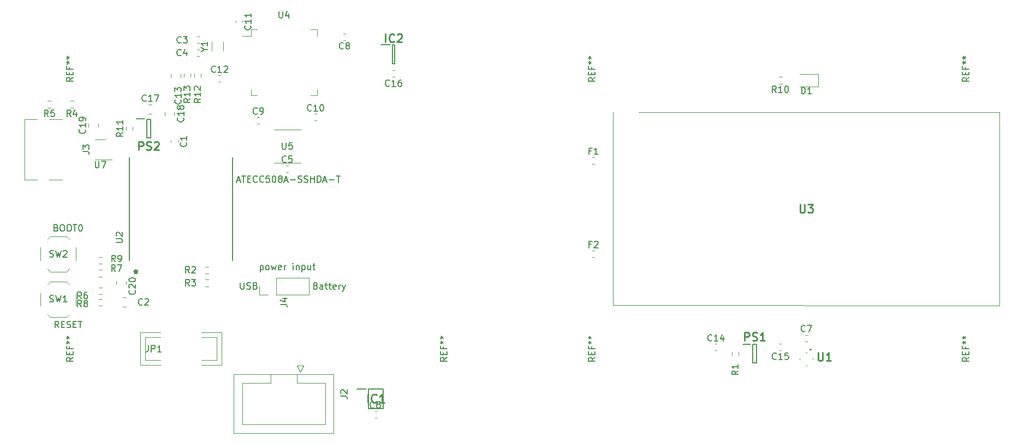
<source format=gbr>
%TF.GenerationSoftware,KiCad,Pcbnew,(5.99.0-12717-g57c7d663b0)*%
%TF.CreationDate,2021-10-15T20:59:05+02:00*%
%TF.ProjectId,Main_PCB,4d61696e-5f50-4434-922e-6b696361645f,rev?*%
%TF.SameCoordinates,Original*%
%TF.FileFunction,Legend,Top*%
%TF.FilePolarity,Positive*%
%FSLAX46Y46*%
G04 Gerber Fmt 4.6, Leading zero omitted, Abs format (unit mm)*
G04 Created by KiCad (PCBNEW (5.99.0-12717-g57c7d663b0)) date 2021-10-15 20:59:05*
%MOMM*%
%LPD*%
G01*
G04 APERTURE LIST*
%ADD10C,0.150000*%
%ADD11C,0.254000*%
%ADD12C,0.120000*%
%ADD13C,0.100000*%
%ADD14C,0.200000*%
%ADD15C,0.010000*%
G04 APERTURE END LIST*
D10*
X74047619Y-116452380D02*
X73714285Y-115976190D01*
X73476190Y-116452380D02*
X73476190Y-115452380D01*
X73857142Y-115452380D01*
X73952380Y-115500000D01*
X74000000Y-115547619D01*
X74047619Y-115642857D01*
X74047619Y-115785714D01*
X74000000Y-115880952D01*
X73952380Y-115928571D01*
X73857142Y-115976190D01*
X73476190Y-115976190D01*
X74476190Y-115928571D02*
X74809523Y-115928571D01*
X74952380Y-116452380D02*
X74476190Y-116452380D01*
X74476190Y-115452380D01*
X74952380Y-115452380D01*
X75333333Y-116404761D02*
X75476190Y-116452380D01*
X75714285Y-116452380D01*
X75809523Y-116404761D01*
X75857142Y-116357142D01*
X75904761Y-116261904D01*
X75904761Y-116166666D01*
X75857142Y-116071428D01*
X75809523Y-116023809D01*
X75714285Y-115976190D01*
X75523809Y-115928571D01*
X75428571Y-115880952D01*
X75380952Y-115833333D01*
X75333333Y-115738095D01*
X75333333Y-115642857D01*
X75380952Y-115547619D01*
X75428571Y-115500000D01*
X75523809Y-115452380D01*
X75761904Y-115452380D01*
X75904761Y-115500000D01*
X76333333Y-115928571D02*
X76666666Y-115928571D01*
X76809523Y-116452380D02*
X76333333Y-116452380D01*
X76333333Y-115452380D01*
X76809523Y-115452380D01*
X77095238Y-115452380D02*
X77666666Y-115452380D01*
X77380952Y-116452380D02*
X77380952Y-115452380D01*
X73666666Y-100928571D02*
X73809523Y-100976190D01*
X73857142Y-101023809D01*
X73904761Y-101119047D01*
X73904761Y-101261904D01*
X73857142Y-101357142D01*
X73809523Y-101404761D01*
X73714285Y-101452380D01*
X73333333Y-101452380D01*
X73333333Y-100452380D01*
X73666666Y-100452380D01*
X73761904Y-100500000D01*
X73809523Y-100547619D01*
X73857142Y-100642857D01*
X73857142Y-100738095D01*
X73809523Y-100833333D01*
X73761904Y-100880952D01*
X73666666Y-100928571D01*
X73333333Y-100928571D01*
X74523809Y-100452380D02*
X74714285Y-100452380D01*
X74809523Y-100500000D01*
X74904761Y-100595238D01*
X74952380Y-100785714D01*
X74952380Y-101119047D01*
X74904761Y-101309523D01*
X74809523Y-101404761D01*
X74714285Y-101452380D01*
X74523809Y-101452380D01*
X74428571Y-101404761D01*
X74333333Y-101309523D01*
X74285714Y-101119047D01*
X74285714Y-100785714D01*
X74333333Y-100595238D01*
X74428571Y-100500000D01*
X74523809Y-100452380D01*
X75571428Y-100452380D02*
X75761904Y-100452380D01*
X75857142Y-100500000D01*
X75952380Y-100595238D01*
X76000000Y-100785714D01*
X76000000Y-101119047D01*
X75952380Y-101309523D01*
X75857142Y-101404761D01*
X75761904Y-101452380D01*
X75571428Y-101452380D01*
X75476190Y-101404761D01*
X75380952Y-101309523D01*
X75333333Y-101119047D01*
X75333333Y-100785714D01*
X75380952Y-100595238D01*
X75476190Y-100500000D01*
X75571428Y-100452380D01*
X76285714Y-100452380D02*
X76857142Y-100452380D01*
X76571428Y-101452380D02*
X76571428Y-100452380D01*
X77380952Y-100452380D02*
X77476190Y-100452380D01*
X77571428Y-100500000D01*
X77619047Y-100547619D01*
X77666666Y-100642857D01*
X77714285Y-100833333D01*
X77714285Y-101071428D01*
X77666666Y-101261904D01*
X77619047Y-101357142D01*
X77571428Y-101404761D01*
X77476190Y-101452380D01*
X77380952Y-101452380D01*
X77285714Y-101404761D01*
X77238095Y-101357142D01*
X77190476Y-101261904D01*
X77142857Y-101071428D01*
X77142857Y-100833333D01*
X77190476Y-100642857D01*
X77238095Y-100547619D01*
X77285714Y-100500000D01*
X77380952Y-100452380D01*
X113928571Y-109928571D02*
X114071428Y-109976190D01*
X114119047Y-110023809D01*
X114166666Y-110119047D01*
X114166666Y-110261904D01*
X114119047Y-110357142D01*
X114071428Y-110404761D01*
X113976190Y-110452380D01*
X113595238Y-110452380D01*
X113595238Y-109452380D01*
X113928571Y-109452380D01*
X114023809Y-109500000D01*
X114071428Y-109547619D01*
X114119047Y-109642857D01*
X114119047Y-109738095D01*
X114071428Y-109833333D01*
X114023809Y-109880952D01*
X113928571Y-109928571D01*
X113595238Y-109928571D01*
X115023809Y-110452380D02*
X115023809Y-109928571D01*
X114976190Y-109833333D01*
X114880952Y-109785714D01*
X114690476Y-109785714D01*
X114595238Y-109833333D01*
X115023809Y-110404761D02*
X114928571Y-110452380D01*
X114690476Y-110452380D01*
X114595238Y-110404761D01*
X114547619Y-110309523D01*
X114547619Y-110214285D01*
X114595238Y-110119047D01*
X114690476Y-110071428D01*
X114928571Y-110071428D01*
X115023809Y-110023809D01*
X115357142Y-109785714D02*
X115738095Y-109785714D01*
X115500000Y-109452380D02*
X115500000Y-110309523D01*
X115547619Y-110404761D01*
X115642857Y-110452380D01*
X115738095Y-110452380D01*
X115928571Y-109785714D02*
X116309523Y-109785714D01*
X116071428Y-109452380D02*
X116071428Y-110309523D01*
X116119047Y-110404761D01*
X116214285Y-110452380D01*
X116309523Y-110452380D01*
X117023809Y-110404761D02*
X116928571Y-110452380D01*
X116738095Y-110452380D01*
X116642857Y-110404761D01*
X116595238Y-110309523D01*
X116595238Y-109928571D01*
X116642857Y-109833333D01*
X116738095Y-109785714D01*
X116928571Y-109785714D01*
X117023809Y-109833333D01*
X117071428Y-109928571D01*
X117071428Y-110023809D01*
X116595238Y-110119047D01*
X117500000Y-110452380D02*
X117500000Y-109785714D01*
X117500000Y-109976190D02*
X117547619Y-109880952D01*
X117595238Y-109833333D01*
X117690476Y-109785714D01*
X117785714Y-109785714D01*
X118023809Y-109785714D02*
X118261904Y-110452380D01*
X118500000Y-109785714D02*
X118261904Y-110452380D01*
X118166666Y-110690476D01*
X118119047Y-110738095D01*
X118023809Y-110785714D01*
X105309523Y-106785714D02*
X105309523Y-107785714D01*
X105309523Y-106833333D02*
X105404761Y-106785714D01*
X105595238Y-106785714D01*
X105690476Y-106833333D01*
X105738095Y-106880952D01*
X105785714Y-106976190D01*
X105785714Y-107261904D01*
X105738095Y-107357142D01*
X105690476Y-107404761D01*
X105595238Y-107452380D01*
X105404761Y-107452380D01*
X105309523Y-107404761D01*
X106357142Y-107452380D02*
X106261904Y-107404761D01*
X106214285Y-107357142D01*
X106166666Y-107261904D01*
X106166666Y-106976190D01*
X106214285Y-106880952D01*
X106261904Y-106833333D01*
X106357142Y-106785714D01*
X106500000Y-106785714D01*
X106595238Y-106833333D01*
X106642857Y-106880952D01*
X106690476Y-106976190D01*
X106690476Y-107261904D01*
X106642857Y-107357142D01*
X106595238Y-107404761D01*
X106500000Y-107452380D01*
X106357142Y-107452380D01*
X107023809Y-106785714D02*
X107214285Y-107452380D01*
X107404761Y-106976190D01*
X107595238Y-107452380D01*
X107785714Y-106785714D01*
X108547619Y-107404761D02*
X108452380Y-107452380D01*
X108261904Y-107452380D01*
X108166666Y-107404761D01*
X108119047Y-107309523D01*
X108119047Y-106928571D01*
X108166666Y-106833333D01*
X108261904Y-106785714D01*
X108452380Y-106785714D01*
X108547619Y-106833333D01*
X108595238Y-106928571D01*
X108595238Y-107023809D01*
X108119047Y-107119047D01*
X109023809Y-107452380D02*
X109023809Y-106785714D01*
X109023809Y-106976190D02*
X109071428Y-106880952D01*
X109119047Y-106833333D01*
X109214285Y-106785714D01*
X109309523Y-106785714D01*
X110404761Y-107452380D02*
X110404761Y-106785714D01*
X110404761Y-106452380D02*
X110357142Y-106500000D01*
X110404761Y-106547619D01*
X110452380Y-106500000D01*
X110404761Y-106452380D01*
X110404761Y-106547619D01*
X110880952Y-106785714D02*
X110880952Y-107452380D01*
X110880952Y-106880952D02*
X110928571Y-106833333D01*
X111023809Y-106785714D01*
X111166666Y-106785714D01*
X111261904Y-106833333D01*
X111309523Y-106928571D01*
X111309523Y-107452380D01*
X111785714Y-106785714D02*
X111785714Y-107785714D01*
X111785714Y-106833333D02*
X111880952Y-106785714D01*
X112071428Y-106785714D01*
X112166666Y-106833333D01*
X112214285Y-106880952D01*
X112261904Y-106976190D01*
X112261904Y-107261904D01*
X112214285Y-107357142D01*
X112166666Y-107404761D01*
X112071428Y-107452380D01*
X111880952Y-107452380D01*
X111785714Y-107404761D01*
X113119047Y-106785714D02*
X113119047Y-107452380D01*
X112690476Y-106785714D02*
X112690476Y-107309523D01*
X112738095Y-107404761D01*
X112833333Y-107452380D01*
X112976190Y-107452380D01*
X113071428Y-107404761D01*
X113119047Y-107357142D01*
X113452380Y-106785714D02*
X113833333Y-106785714D01*
X113595238Y-106452380D02*
X113595238Y-107309523D01*
X113642857Y-107404761D01*
X113738095Y-107452380D01*
X113833333Y-107452380D01*
X102238095Y-109452380D02*
X102238095Y-110261904D01*
X102285714Y-110357142D01*
X102333333Y-110404761D01*
X102428571Y-110452380D01*
X102619047Y-110452380D01*
X102714285Y-110404761D01*
X102761904Y-110357142D01*
X102809523Y-110261904D01*
X102809523Y-109452380D01*
X103238095Y-110404761D02*
X103380952Y-110452380D01*
X103619047Y-110452380D01*
X103714285Y-110404761D01*
X103761904Y-110357142D01*
X103809523Y-110261904D01*
X103809523Y-110166666D01*
X103761904Y-110071428D01*
X103714285Y-110023809D01*
X103619047Y-109976190D01*
X103428571Y-109928571D01*
X103333333Y-109880952D01*
X103285714Y-109833333D01*
X103238095Y-109738095D01*
X103238095Y-109642857D01*
X103285714Y-109547619D01*
X103333333Y-109500000D01*
X103428571Y-109452380D01*
X103666666Y-109452380D01*
X103809523Y-109500000D01*
X104571428Y-109928571D02*
X104714285Y-109976190D01*
X104761904Y-110023809D01*
X104809523Y-110119047D01*
X104809523Y-110261904D01*
X104761904Y-110357142D01*
X104714285Y-110404761D01*
X104619047Y-110452380D01*
X104238095Y-110452380D01*
X104238095Y-109452380D01*
X104571428Y-109452380D01*
X104666666Y-109500000D01*
X104714285Y-109547619D01*
X104761904Y-109642857D01*
X104761904Y-109738095D01*
X104714285Y-109833333D01*
X104666666Y-109880952D01*
X104571428Y-109928571D01*
X104238095Y-109928571D01*
%TO.C,R13*%
X94452380Y-80842857D02*
X93976190Y-81176190D01*
X94452380Y-81414285D02*
X93452380Y-81414285D01*
X93452380Y-81033333D01*
X93500000Y-80938095D01*
X93547619Y-80890476D01*
X93642857Y-80842857D01*
X93785714Y-80842857D01*
X93880952Y-80890476D01*
X93928571Y-80938095D01*
X93976190Y-81033333D01*
X93976190Y-81414285D01*
X94452380Y-79890476D02*
X94452380Y-80461904D01*
X94452380Y-80176190D02*
X93452380Y-80176190D01*
X93595238Y-80271428D01*
X93690476Y-80366666D01*
X93738095Y-80461904D01*
X93452380Y-79557142D02*
X93452380Y-78938095D01*
X93833333Y-79271428D01*
X93833333Y-79128571D01*
X93880952Y-79033333D01*
X93928571Y-78985714D01*
X94023809Y-78938095D01*
X94261904Y-78938095D01*
X94357142Y-78985714D01*
X94404761Y-79033333D01*
X94452380Y-79128571D01*
X94452380Y-79414285D01*
X94404761Y-79509523D01*
X94357142Y-79557142D01*
%TO.C,R12*%
X96052380Y-80842857D02*
X95576190Y-81176190D01*
X96052380Y-81414285D02*
X95052380Y-81414285D01*
X95052380Y-81033333D01*
X95100000Y-80938095D01*
X95147619Y-80890476D01*
X95242857Y-80842857D01*
X95385714Y-80842857D01*
X95480952Y-80890476D01*
X95528571Y-80938095D01*
X95576190Y-81033333D01*
X95576190Y-81414285D01*
X96052380Y-79890476D02*
X96052380Y-80461904D01*
X96052380Y-80176190D02*
X95052380Y-80176190D01*
X95195238Y-80271428D01*
X95290476Y-80366666D01*
X95338095Y-80461904D01*
X95147619Y-79509523D02*
X95100000Y-79461904D01*
X95052380Y-79366666D01*
X95052380Y-79128571D01*
X95100000Y-79033333D01*
X95147619Y-78985714D01*
X95242857Y-78938095D01*
X95338095Y-78938095D01*
X95480952Y-78985714D01*
X96052380Y-79557142D01*
X96052380Y-78938095D01*
%TO.C,C13*%
X92957142Y-81042857D02*
X93004761Y-81090476D01*
X93052380Y-81233333D01*
X93052380Y-81328571D01*
X93004761Y-81471428D01*
X92909523Y-81566666D01*
X92814285Y-81614285D01*
X92623809Y-81661904D01*
X92480952Y-81661904D01*
X92290476Y-81614285D01*
X92195238Y-81566666D01*
X92100000Y-81471428D01*
X92052380Y-81328571D01*
X92052380Y-81233333D01*
X92100000Y-81090476D01*
X92147619Y-81042857D01*
X93052380Y-80090476D02*
X93052380Y-80661904D01*
X93052380Y-80376190D02*
X92052380Y-80376190D01*
X92195238Y-80471428D01*
X92290476Y-80566666D01*
X92338095Y-80661904D01*
X92052380Y-79757142D02*
X92052380Y-79138095D01*
X92433333Y-79471428D01*
X92433333Y-79328571D01*
X92480952Y-79233333D01*
X92528571Y-79185714D01*
X92623809Y-79138095D01*
X92861904Y-79138095D01*
X92957142Y-79185714D01*
X93004761Y-79233333D01*
X93052380Y-79328571D01*
X93052380Y-79614285D01*
X93004761Y-79709523D01*
X92957142Y-79757142D01*
D11*
%TO.C,U3*%
X189032380Y-97304523D02*
X189032380Y-98332619D01*
X189092857Y-98453571D01*
X189153333Y-98514047D01*
X189274285Y-98574523D01*
X189516190Y-98574523D01*
X189637142Y-98514047D01*
X189697619Y-98453571D01*
X189758095Y-98332619D01*
X189758095Y-97304523D01*
X190241904Y-97304523D02*
X191028095Y-97304523D01*
X190604761Y-97788333D01*
X190786190Y-97788333D01*
X190907142Y-97848809D01*
X190967619Y-97909285D01*
X191028095Y-98030238D01*
X191028095Y-98332619D01*
X190967619Y-98453571D01*
X190907142Y-98514047D01*
X190786190Y-98574523D01*
X190423333Y-98574523D01*
X190302380Y-98514047D01*
X190241904Y-98453571D01*
D10*
%TO.C,F2*%
X156666666Y-103498571D02*
X156333333Y-103498571D01*
X156333333Y-104022380D02*
X156333333Y-103022380D01*
X156809523Y-103022380D01*
X157142857Y-103117619D02*
X157190476Y-103070000D01*
X157285714Y-103022380D01*
X157523809Y-103022380D01*
X157619047Y-103070000D01*
X157666666Y-103117619D01*
X157714285Y-103212857D01*
X157714285Y-103308095D01*
X157666666Y-103450952D01*
X157095238Y-104022380D01*
X157714285Y-104022380D01*
%TO.C,C19*%
X78117142Y-85642857D02*
X78164761Y-85690476D01*
X78212380Y-85833333D01*
X78212380Y-85928571D01*
X78164761Y-86071428D01*
X78069523Y-86166666D01*
X77974285Y-86214285D01*
X77783809Y-86261904D01*
X77640952Y-86261904D01*
X77450476Y-86214285D01*
X77355238Y-86166666D01*
X77260000Y-86071428D01*
X77212380Y-85928571D01*
X77212380Y-85833333D01*
X77260000Y-85690476D01*
X77307619Y-85642857D01*
X78212380Y-84690476D02*
X78212380Y-85261904D01*
X78212380Y-84976190D02*
X77212380Y-84976190D01*
X77355238Y-85071428D01*
X77450476Y-85166666D01*
X77498095Y-85261904D01*
X78212380Y-84214285D02*
X78212380Y-84023809D01*
X78164761Y-83928571D01*
X78117142Y-83880952D01*
X77974285Y-83785714D01*
X77783809Y-83738095D01*
X77402857Y-83738095D01*
X77307619Y-83785714D01*
X77260000Y-83833333D01*
X77212380Y-83928571D01*
X77212380Y-84119047D01*
X77260000Y-84214285D01*
X77307619Y-84261904D01*
X77402857Y-84309523D01*
X77640952Y-84309523D01*
X77736190Y-84261904D01*
X77783809Y-84214285D01*
X77831428Y-84119047D01*
X77831428Y-83928571D01*
X77783809Y-83833333D01*
X77736190Y-83785714D01*
X77640952Y-83738095D01*
%TO.C,U7*%
X79738095Y-90602380D02*
X79738095Y-91411904D01*
X79785714Y-91507142D01*
X79833333Y-91554761D01*
X79928571Y-91602380D01*
X80119047Y-91602380D01*
X80214285Y-91554761D01*
X80261904Y-91507142D01*
X80309523Y-91411904D01*
X80309523Y-90602380D01*
X80690476Y-90602380D02*
X81357142Y-90602380D01*
X80928571Y-91602380D01*
%TO.C,C6*%
X122983333Y-128867142D02*
X122935714Y-128914761D01*
X122792857Y-128962380D01*
X122697619Y-128962380D01*
X122554761Y-128914761D01*
X122459523Y-128819523D01*
X122411904Y-128724285D01*
X122364285Y-128533809D01*
X122364285Y-128390952D01*
X122411904Y-128200476D01*
X122459523Y-128105238D01*
X122554761Y-128010000D01*
X122697619Y-127962380D01*
X122792857Y-127962380D01*
X122935714Y-128010000D01*
X122983333Y-128057619D01*
X123840476Y-127962380D02*
X123650000Y-127962380D01*
X123554761Y-128010000D01*
X123507142Y-128057619D01*
X123411904Y-128200476D01*
X123364285Y-128390952D01*
X123364285Y-128771904D01*
X123411904Y-128867142D01*
X123459523Y-128914761D01*
X123554761Y-128962380D01*
X123745238Y-128962380D01*
X123840476Y-128914761D01*
X123888095Y-128867142D01*
X123935714Y-128771904D01*
X123935714Y-128533809D01*
X123888095Y-128438571D01*
X123840476Y-128390952D01*
X123745238Y-128343333D01*
X123554761Y-128343333D01*
X123459523Y-128390952D01*
X123411904Y-128438571D01*
X123364285Y-128533809D01*
%TO.C,C8*%
X118220833Y-73037142D02*
X118173214Y-73084761D01*
X118030357Y-73132380D01*
X117935119Y-73132380D01*
X117792261Y-73084761D01*
X117697023Y-72989523D01*
X117649404Y-72894285D01*
X117601785Y-72703809D01*
X117601785Y-72560952D01*
X117649404Y-72370476D01*
X117697023Y-72275238D01*
X117792261Y-72180000D01*
X117935119Y-72132380D01*
X118030357Y-72132380D01*
X118173214Y-72180000D01*
X118220833Y-72227619D01*
X118792261Y-72560952D02*
X118697023Y-72513333D01*
X118649404Y-72465714D01*
X118601785Y-72370476D01*
X118601785Y-72322857D01*
X118649404Y-72227619D01*
X118697023Y-72180000D01*
X118792261Y-72132380D01*
X118982738Y-72132380D01*
X119077976Y-72180000D01*
X119125595Y-72227619D01*
X119173214Y-72322857D01*
X119173214Y-72370476D01*
X119125595Y-72465714D01*
X119077976Y-72513333D01*
X118982738Y-72560952D01*
X118792261Y-72560952D01*
X118697023Y-72608571D01*
X118649404Y-72656190D01*
X118601785Y-72751428D01*
X118601785Y-72941904D01*
X118649404Y-73037142D01*
X118697023Y-73084761D01*
X118792261Y-73132380D01*
X118982738Y-73132380D01*
X119077976Y-73084761D01*
X119125595Y-73037142D01*
X119173214Y-72941904D01*
X119173214Y-72751428D01*
X119125595Y-72656190D01*
X119077976Y-72608571D01*
X118982738Y-72560952D01*
%TO.C,J2*%
X117802380Y-127103333D02*
X118516666Y-127103333D01*
X118659523Y-127150952D01*
X118754761Y-127246190D01*
X118802380Y-127389047D01*
X118802380Y-127484285D01*
X117897619Y-126674761D02*
X117850000Y-126627142D01*
X117802380Y-126531904D01*
X117802380Y-126293809D01*
X117850000Y-126198571D01*
X117897619Y-126150952D01*
X117992857Y-126103333D01*
X118088095Y-126103333D01*
X118230952Y-126150952D01*
X118802380Y-126722380D01*
X118802380Y-126103333D01*
%TO.C,R8*%
X77583333Y-113202380D02*
X77250000Y-112726190D01*
X77011904Y-113202380D02*
X77011904Y-112202380D01*
X77392857Y-112202380D01*
X77488095Y-112250000D01*
X77535714Y-112297619D01*
X77583333Y-112392857D01*
X77583333Y-112535714D01*
X77535714Y-112630952D01*
X77488095Y-112678571D01*
X77392857Y-112726190D01*
X77011904Y-112726190D01*
X78154761Y-112630952D02*
X78059523Y-112583333D01*
X78011904Y-112535714D01*
X77964285Y-112440476D01*
X77964285Y-112392857D01*
X78011904Y-112297619D01*
X78059523Y-112250000D01*
X78154761Y-112202380D01*
X78345238Y-112202380D01*
X78440476Y-112250000D01*
X78488095Y-112297619D01*
X78535714Y-112392857D01*
X78535714Y-112440476D01*
X78488095Y-112535714D01*
X78440476Y-112583333D01*
X78345238Y-112630952D01*
X78154761Y-112630952D01*
X78059523Y-112678571D01*
X78011904Y-112726190D01*
X77964285Y-112821428D01*
X77964285Y-113011904D01*
X78011904Y-113107142D01*
X78059523Y-113154761D01*
X78154761Y-113202380D01*
X78345238Y-113202380D01*
X78440476Y-113154761D01*
X78488095Y-113107142D01*
X78535714Y-113011904D01*
X78535714Y-112821428D01*
X78488095Y-112726190D01*
X78440476Y-112678571D01*
X78345238Y-112630952D01*
%TO.C,R6*%
X77583333Y-111952380D02*
X77250000Y-111476190D01*
X77011904Y-111952380D02*
X77011904Y-110952380D01*
X77392857Y-110952380D01*
X77488095Y-111000000D01*
X77535714Y-111047619D01*
X77583333Y-111142857D01*
X77583333Y-111285714D01*
X77535714Y-111380952D01*
X77488095Y-111428571D01*
X77392857Y-111476190D01*
X77011904Y-111476190D01*
X78440476Y-110952380D02*
X78250000Y-110952380D01*
X78154761Y-111000000D01*
X78107142Y-111047619D01*
X78011904Y-111190476D01*
X77964285Y-111380952D01*
X77964285Y-111761904D01*
X78011904Y-111857142D01*
X78059523Y-111904761D01*
X78154761Y-111952380D01*
X78345238Y-111952380D01*
X78440476Y-111904761D01*
X78488095Y-111857142D01*
X78535714Y-111761904D01*
X78535714Y-111523809D01*
X78488095Y-111428571D01*
X78440476Y-111380952D01*
X78345238Y-111333333D01*
X78154761Y-111333333D01*
X78059523Y-111380952D01*
X78011904Y-111428571D01*
X77964285Y-111523809D01*
%TO.C,JP1*%
X87956226Y-119202091D02*
X87956226Y-119916754D01*
X87908582Y-120059687D01*
X87813294Y-120154975D01*
X87670361Y-120202619D01*
X87575073Y-120202619D01*
X88432668Y-120202619D02*
X88432668Y-119202091D01*
X88813822Y-119202091D01*
X88909110Y-119249736D01*
X88956754Y-119297380D01*
X89004398Y-119392668D01*
X89004398Y-119535601D01*
X88956754Y-119630889D01*
X88909110Y-119678533D01*
X88813822Y-119726177D01*
X88432668Y-119726177D01*
X89957282Y-120202619D02*
X89385552Y-120202619D01*
X89671417Y-120202619D02*
X89671417Y-119202091D01*
X89576129Y-119345024D01*
X89480840Y-119440312D01*
X89385552Y-119487956D01*
%TO.C,J3*%
X77787380Y-89083333D02*
X78501666Y-89083333D01*
X78644523Y-89130952D01*
X78739761Y-89226190D01*
X78787380Y-89369047D01*
X78787380Y-89464285D01*
X77787380Y-88702380D02*
X77787380Y-88083333D01*
X78168333Y-88416666D01*
X78168333Y-88273809D01*
X78215952Y-88178571D01*
X78263571Y-88130952D01*
X78358809Y-88083333D01*
X78596904Y-88083333D01*
X78692142Y-88130952D01*
X78739761Y-88178571D01*
X78787380Y-88273809D01*
X78787380Y-88559523D01*
X78739761Y-88654761D01*
X78692142Y-88702380D01*
%TO.C,R11*%
X84022380Y-86142857D02*
X83546190Y-86476190D01*
X84022380Y-86714285D02*
X83022380Y-86714285D01*
X83022380Y-86333333D01*
X83070000Y-86238095D01*
X83117619Y-86190476D01*
X83212857Y-86142857D01*
X83355714Y-86142857D01*
X83450952Y-86190476D01*
X83498571Y-86238095D01*
X83546190Y-86333333D01*
X83546190Y-86714285D01*
X84022380Y-85190476D02*
X84022380Y-85761904D01*
X84022380Y-85476190D02*
X83022380Y-85476190D01*
X83165238Y-85571428D01*
X83260476Y-85666666D01*
X83308095Y-85761904D01*
X84022380Y-84238095D02*
X84022380Y-84809523D01*
X84022380Y-84523809D02*
X83022380Y-84523809D01*
X83165238Y-84619047D01*
X83260476Y-84714285D01*
X83308095Y-84809523D01*
%TO.C,SW2*%
X72666666Y-105404761D02*
X72809523Y-105452380D01*
X73047619Y-105452380D01*
X73142857Y-105404761D01*
X73190476Y-105357142D01*
X73238095Y-105261904D01*
X73238095Y-105166666D01*
X73190476Y-105071428D01*
X73142857Y-105023809D01*
X73047619Y-104976190D01*
X72857142Y-104928571D01*
X72761904Y-104880952D01*
X72714285Y-104833333D01*
X72666666Y-104738095D01*
X72666666Y-104642857D01*
X72714285Y-104547619D01*
X72761904Y-104500000D01*
X72857142Y-104452380D01*
X73095238Y-104452380D01*
X73238095Y-104500000D01*
X73571428Y-104452380D02*
X73809523Y-105452380D01*
X74000000Y-104738095D01*
X74190476Y-105452380D01*
X74428571Y-104452380D01*
X74761904Y-104547619D02*
X74809523Y-104500000D01*
X74904761Y-104452380D01*
X75142857Y-104452380D01*
X75238095Y-104500000D01*
X75285714Y-104547619D01*
X75333333Y-104642857D01*
X75333333Y-104738095D01*
X75285714Y-104880952D01*
X74714285Y-105452380D01*
X75333333Y-105452380D01*
%TO.C,R10*%
X185337142Y-79897380D02*
X185003809Y-79421190D01*
X184765714Y-79897380D02*
X184765714Y-78897380D01*
X185146666Y-78897380D01*
X185241904Y-78945000D01*
X185289523Y-78992619D01*
X185337142Y-79087857D01*
X185337142Y-79230714D01*
X185289523Y-79325952D01*
X185241904Y-79373571D01*
X185146666Y-79421190D01*
X184765714Y-79421190D01*
X186289523Y-79897380D02*
X185718095Y-79897380D01*
X186003809Y-79897380D02*
X186003809Y-78897380D01*
X185908571Y-79040238D01*
X185813333Y-79135476D01*
X185718095Y-79183095D01*
X186908571Y-78897380D02*
X187003809Y-78897380D01*
X187099047Y-78945000D01*
X187146666Y-78992619D01*
X187194285Y-79087857D01*
X187241904Y-79278333D01*
X187241904Y-79516428D01*
X187194285Y-79706904D01*
X187146666Y-79802142D01*
X187099047Y-79849761D01*
X187003809Y-79897380D01*
X186908571Y-79897380D01*
X186813333Y-79849761D01*
X186765714Y-79802142D01*
X186718095Y-79706904D01*
X186670476Y-79516428D01*
X186670476Y-79278333D01*
X186718095Y-79087857D01*
X186765714Y-78992619D01*
X186813333Y-78945000D01*
X186908571Y-78897380D01*
%TO.C,R5*%
X72435833Y-83632380D02*
X72102500Y-83156190D01*
X71864404Y-83632380D02*
X71864404Y-82632380D01*
X72245357Y-82632380D01*
X72340595Y-82680000D01*
X72388214Y-82727619D01*
X72435833Y-82822857D01*
X72435833Y-82965714D01*
X72388214Y-83060952D01*
X72340595Y-83108571D01*
X72245357Y-83156190D01*
X71864404Y-83156190D01*
X73340595Y-82632380D02*
X72864404Y-82632380D01*
X72816785Y-83108571D01*
X72864404Y-83060952D01*
X72959642Y-83013333D01*
X73197738Y-83013333D01*
X73292976Y-83060952D01*
X73340595Y-83108571D01*
X73388214Y-83203809D01*
X73388214Y-83441904D01*
X73340595Y-83537142D01*
X73292976Y-83584761D01*
X73197738Y-83632380D01*
X72959642Y-83632380D01*
X72864404Y-83584761D01*
X72816785Y-83537142D01*
%TO.C,Y1*%
X96669940Y-73226190D02*
X97146130Y-73226190D01*
X96146130Y-73559523D02*
X96669940Y-73226190D01*
X96146130Y-72892857D01*
X97146130Y-72035714D02*
X97146130Y-72607142D01*
X97146130Y-72321428D02*
X96146130Y-72321428D01*
X96288988Y-72416666D01*
X96384226Y-72511904D01*
X96431845Y-72607142D01*
%TO.C,F1*%
X156666666Y-88998571D02*
X156333333Y-88998571D01*
X156333333Y-89522380D02*
X156333333Y-88522380D01*
X156809523Y-88522380D01*
X157714285Y-89522380D02*
X157142857Y-89522380D01*
X157428571Y-89522380D02*
X157428571Y-88522380D01*
X157333333Y-88665238D01*
X157238095Y-88760476D01*
X157142857Y-88808095D01*
%TO.C,SW1*%
X72666666Y-112404761D02*
X72809523Y-112452380D01*
X73047619Y-112452380D01*
X73142857Y-112404761D01*
X73190476Y-112357142D01*
X73238095Y-112261904D01*
X73238095Y-112166666D01*
X73190476Y-112071428D01*
X73142857Y-112023809D01*
X73047619Y-111976190D01*
X72857142Y-111928571D01*
X72761904Y-111880952D01*
X72714285Y-111833333D01*
X72666666Y-111738095D01*
X72666666Y-111642857D01*
X72714285Y-111547619D01*
X72761904Y-111500000D01*
X72857142Y-111452380D01*
X73095238Y-111452380D01*
X73238095Y-111500000D01*
X73571428Y-111452380D02*
X73809523Y-112452380D01*
X74000000Y-111738095D01*
X74190476Y-112452380D01*
X74428571Y-111452380D01*
X75333333Y-112452380D02*
X74761904Y-112452380D01*
X75047619Y-112452380D02*
X75047619Y-111452380D01*
X74952380Y-111595238D01*
X74857142Y-111690476D01*
X74761904Y-111738095D01*
D11*
%TO.C,IC1*%
X122010238Y-128074523D02*
X122010238Y-126804523D01*
X123340714Y-127953571D02*
X123280238Y-128014047D01*
X123098809Y-128074523D01*
X122977857Y-128074523D01*
X122796428Y-128014047D01*
X122675476Y-127893095D01*
X122615000Y-127772142D01*
X122554523Y-127530238D01*
X122554523Y-127348809D01*
X122615000Y-127106904D01*
X122675476Y-126985952D01*
X122796428Y-126865000D01*
X122977857Y-126804523D01*
X123098809Y-126804523D01*
X123280238Y-126865000D01*
X123340714Y-126925476D01*
X124550238Y-128074523D02*
X123824523Y-128074523D01*
X124187380Y-128074523D02*
X124187380Y-126804523D01*
X124066428Y-126985952D01*
X123945476Y-127106904D01*
X123824523Y-127167380D01*
D10*
%TO.C,R2*%
X94333333Y-107952380D02*
X94000000Y-107476190D01*
X93761904Y-107952380D02*
X93761904Y-106952380D01*
X94142857Y-106952380D01*
X94238095Y-107000000D01*
X94285714Y-107047619D01*
X94333333Y-107142857D01*
X94333333Y-107285714D01*
X94285714Y-107380952D01*
X94238095Y-107428571D01*
X94142857Y-107476190D01*
X93761904Y-107476190D01*
X94714285Y-107047619D02*
X94761904Y-107000000D01*
X94857142Y-106952380D01*
X95095238Y-106952380D01*
X95190476Y-107000000D01*
X95238095Y-107047619D01*
X95285714Y-107142857D01*
X95285714Y-107238095D01*
X95238095Y-107380952D01*
X94666666Y-107952380D01*
X95285714Y-107952380D01*
%TO.C,C14*%
X175357142Y-118427142D02*
X175309523Y-118474761D01*
X175166666Y-118522380D01*
X175071428Y-118522380D01*
X174928571Y-118474761D01*
X174833333Y-118379523D01*
X174785714Y-118284285D01*
X174738095Y-118093809D01*
X174738095Y-117950952D01*
X174785714Y-117760476D01*
X174833333Y-117665238D01*
X174928571Y-117570000D01*
X175071428Y-117522380D01*
X175166666Y-117522380D01*
X175309523Y-117570000D01*
X175357142Y-117617619D01*
X176309523Y-118522380D02*
X175738095Y-118522380D01*
X176023809Y-118522380D02*
X176023809Y-117522380D01*
X175928571Y-117665238D01*
X175833333Y-117760476D01*
X175738095Y-117808095D01*
X177166666Y-117855714D02*
X177166666Y-118522380D01*
X176928571Y-117474761D02*
X176690476Y-118189047D01*
X177309523Y-118189047D01*
%TO.C,R3*%
X94333333Y-109952380D02*
X94000000Y-109476190D01*
X93761904Y-109952380D02*
X93761904Y-108952380D01*
X94142857Y-108952380D01*
X94238095Y-109000000D01*
X94285714Y-109047619D01*
X94333333Y-109142857D01*
X94333333Y-109285714D01*
X94285714Y-109380952D01*
X94238095Y-109428571D01*
X94142857Y-109476190D01*
X93761904Y-109476190D01*
X94666666Y-108952380D02*
X95285714Y-108952380D01*
X94952380Y-109333333D01*
X95095238Y-109333333D01*
X95190476Y-109380952D01*
X95238095Y-109428571D01*
X95285714Y-109523809D01*
X95285714Y-109761904D01*
X95238095Y-109857142D01*
X95190476Y-109904761D01*
X95095238Y-109952380D01*
X94809523Y-109952380D01*
X94714285Y-109904761D01*
X94666666Y-109857142D01*
D11*
%TO.C,U1*%
X191832380Y-120304523D02*
X191832380Y-121332619D01*
X191892857Y-121453571D01*
X191953333Y-121514047D01*
X192074285Y-121574523D01*
X192316190Y-121574523D01*
X192437142Y-121514047D01*
X192497619Y-121453571D01*
X192558095Y-121332619D01*
X192558095Y-120304523D01*
X193828095Y-121574523D02*
X193102380Y-121574523D01*
X193465238Y-121574523D02*
X193465238Y-120304523D01*
X193344285Y-120485952D01*
X193223333Y-120606904D01*
X193102380Y-120667380D01*
D10*
%TO.C,U5*%
X108738095Y-87702380D02*
X108738095Y-88511904D01*
X108785714Y-88607142D01*
X108833333Y-88654761D01*
X108928571Y-88702380D01*
X109119047Y-88702380D01*
X109214285Y-88654761D01*
X109261904Y-88607142D01*
X109309523Y-88511904D01*
X109309523Y-87702380D01*
X110261904Y-87702380D02*
X109785714Y-87702380D01*
X109738095Y-88178571D01*
X109785714Y-88130952D01*
X109880952Y-88083333D01*
X110119047Y-88083333D01*
X110214285Y-88130952D01*
X110261904Y-88178571D01*
X110309523Y-88273809D01*
X110309523Y-88511904D01*
X110261904Y-88607142D01*
X110214285Y-88654761D01*
X110119047Y-88702380D01*
X109880952Y-88702380D01*
X109785714Y-88654761D01*
X109738095Y-88607142D01*
X101693886Y-93566666D02*
X102170076Y-93566666D01*
X101598647Y-93852380D02*
X101931981Y-92852380D01*
X102265314Y-93852380D01*
X102455790Y-92852380D02*
X103027219Y-92852380D01*
X102741505Y-93852380D02*
X102741505Y-92852380D01*
X103360552Y-93328571D02*
X103693886Y-93328571D01*
X103836743Y-93852380D02*
X103360552Y-93852380D01*
X103360552Y-92852380D01*
X103836743Y-92852380D01*
X104836743Y-93757142D02*
X104789124Y-93804761D01*
X104646267Y-93852380D01*
X104551028Y-93852380D01*
X104408171Y-93804761D01*
X104312933Y-93709523D01*
X104265314Y-93614285D01*
X104217695Y-93423809D01*
X104217695Y-93280952D01*
X104265314Y-93090476D01*
X104312933Y-92995238D01*
X104408171Y-92900000D01*
X104551028Y-92852380D01*
X104646267Y-92852380D01*
X104789124Y-92900000D01*
X104836743Y-92947619D01*
X105836743Y-93757142D02*
X105789124Y-93804761D01*
X105646267Y-93852380D01*
X105551028Y-93852380D01*
X105408171Y-93804761D01*
X105312933Y-93709523D01*
X105265314Y-93614285D01*
X105217695Y-93423809D01*
X105217695Y-93280952D01*
X105265314Y-93090476D01*
X105312933Y-92995238D01*
X105408171Y-92900000D01*
X105551028Y-92852380D01*
X105646267Y-92852380D01*
X105789124Y-92900000D01*
X105836743Y-92947619D01*
X106741505Y-92852380D02*
X106265314Y-92852380D01*
X106217695Y-93328571D01*
X106265314Y-93280952D01*
X106360552Y-93233333D01*
X106598647Y-93233333D01*
X106693886Y-93280952D01*
X106741505Y-93328571D01*
X106789124Y-93423809D01*
X106789124Y-93661904D01*
X106741505Y-93757142D01*
X106693886Y-93804761D01*
X106598647Y-93852380D01*
X106360552Y-93852380D01*
X106265314Y-93804761D01*
X106217695Y-93757142D01*
X107408171Y-92852380D02*
X107503409Y-92852380D01*
X107598647Y-92900000D01*
X107646267Y-92947619D01*
X107693886Y-93042857D01*
X107741505Y-93233333D01*
X107741505Y-93471428D01*
X107693886Y-93661904D01*
X107646267Y-93757142D01*
X107598647Y-93804761D01*
X107503409Y-93852380D01*
X107408171Y-93852380D01*
X107312933Y-93804761D01*
X107265314Y-93757142D01*
X107217695Y-93661904D01*
X107170076Y-93471428D01*
X107170076Y-93233333D01*
X107217695Y-93042857D01*
X107265314Y-92947619D01*
X107312933Y-92900000D01*
X107408171Y-92852380D01*
X108312933Y-93280952D02*
X108217695Y-93233333D01*
X108170076Y-93185714D01*
X108122457Y-93090476D01*
X108122457Y-93042857D01*
X108170076Y-92947619D01*
X108217695Y-92900000D01*
X108312933Y-92852380D01*
X108503409Y-92852380D01*
X108598647Y-92900000D01*
X108646267Y-92947619D01*
X108693886Y-93042857D01*
X108693886Y-93090476D01*
X108646267Y-93185714D01*
X108598647Y-93233333D01*
X108503409Y-93280952D01*
X108312933Y-93280952D01*
X108217695Y-93328571D01*
X108170076Y-93376190D01*
X108122457Y-93471428D01*
X108122457Y-93661904D01*
X108170076Y-93757142D01*
X108217695Y-93804761D01*
X108312933Y-93852380D01*
X108503409Y-93852380D01*
X108598647Y-93804761D01*
X108646267Y-93757142D01*
X108693886Y-93661904D01*
X108693886Y-93471428D01*
X108646267Y-93376190D01*
X108598647Y-93328571D01*
X108503409Y-93280952D01*
X109074838Y-93566666D02*
X109551028Y-93566666D01*
X108979600Y-93852380D02*
X109312933Y-92852380D01*
X109646267Y-93852380D01*
X109979600Y-93471428D02*
X110741505Y-93471428D01*
X111170076Y-93804761D02*
X111312933Y-93852380D01*
X111551028Y-93852380D01*
X111646267Y-93804761D01*
X111693886Y-93757142D01*
X111741505Y-93661904D01*
X111741505Y-93566666D01*
X111693886Y-93471428D01*
X111646267Y-93423809D01*
X111551028Y-93376190D01*
X111360552Y-93328571D01*
X111265314Y-93280952D01*
X111217695Y-93233333D01*
X111170076Y-93138095D01*
X111170076Y-93042857D01*
X111217695Y-92947619D01*
X111265314Y-92900000D01*
X111360552Y-92852380D01*
X111598647Y-92852380D01*
X111741505Y-92900000D01*
X112122457Y-93804761D02*
X112265314Y-93852380D01*
X112503409Y-93852380D01*
X112598647Y-93804761D01*
X112646267Y-93757142D01*
X112693886Y-93661904D01*
X112693886Y-93566666D01*
X112646267Y-93471428D01*
X112598647Y-93423809D01*
X112503409Y-93376190D01*
X112312933Y-93328571D01*
X112217695Y-93280952D01*
X112170076Y-93233333D01*
X112122457Y-93138095D01*
X112122457Y-93042857D01*
X112170076Y-92947619D01*
X112217695Y-92900000D01*
X112312933Y-92852380D01*
X112551028Y-92852380D01*
X112693886Y-92900000D01*
X113122457Y-93852380D02*
X113122457Y-92852380D01*
X113122457Y-93328571D02*
X113693886Y-93328571D01*
X113693886Y-93852380D02*
X113693886Y-92852380D01*
X114170076Y-93852380D02*
X114170076Y-92852380D01*
X114408171Y-92852380D01*
X114551028Y-92900000D01*
X114646266Y-92995238D01*
X114693886Y-93090476D01*
X114741505Y-93280952D01*
X114741505Y-93423809D01*
X114693886Y-93614285D01*
X114646266Y-93709523D01*
X114551028Y-93804761D01*
X114408171Y-93852380D01*
X114170076Y-93852380D01*
X115122457Y-93566666D02*
X115598647Y-93566666D01*
X115027219Y-93852380D02*
X115360552Y-92852380D01*
X115693886Y-93852380D01*
X116027219Y-93471428D02*
X116789124Y-93471428D01*
X117122457Y-92852380D02*
X117693886Y-92852380D01*
X117408171Y-93852380D02*
X117408171Y-92852380D01*
%TO.C,REF\u002A\u002A*%
X76252380Y-121083333D02*
X75776190Y-121416666D01*
X76252380Y-121654761D02*
X75252380Y-121654761D01*
X75252380Y-121273809D01*
X75300000Y-121178571D01*
X75347619Y-121130952D01*
X75442857Y-121083333D01*
X75585714Y-121083333D01*
X75680952Y-121130952D01*
X75728571Y-121178571D01*
X75776190Y-121273809D01*
X75776190Y-121654761D01*
X75728571Y-120654761D02*
X75728571Y-120321428D01*
X76252380Y-120178571D02*
X76252380Y-120654761D01*
X75252380Y-120654761D01*
X75252380Y-120178571D01*
X75728571Y-119416666D02*
X75728571Y-119750000D01*
X76252380Y-119750000D02*
X75252380Y-119750000D01*
X75252380Y-119273809D01*
X75252380Y-118750000D02*
X75490476Y-118750000D01*
X75395238Y-118988095D02*
X75490476Y-118750000D01*
X75395238Y-118511904D01*
X75680952Y-118892857D02*
X75490476Y-118750000D01*
X75680952Y-118607142D01*
X75252380Y-117988095D02*
X75490476Y-117988095D01*
X75395238Y-118226190D02*
X75490476Y-117988095D01*
X75395238Y-117750000D01*
X75680952Y-118130952D02*
X75490476Y-117988095D01*
X75680952Y-117845238D01*
%TO.C,*%
%TO.C,C15*%
X185357142Y-121287142D02*
X185309523Y-121334761D01*
X185166666Y-121382380D01*
X185071428Y-121382380D01*
X184928571Y-121334761D01*
X184833333Y-121239523D01*
X184785714Y-121144285D01*
X184738095Y-120953809D01*
X184738095Y-120810952D01*
X184785714Y-120620476D01*
X184833333Y-120525238D01*
X184928571Y-120430000D01*
X185071428Y-120382380D01*
X185166666Y-120382380D01*
X185309523Y-120430000D01*
X185357142Y-120477619D01*
X186309523Y-121382380D02*
X185738095Y-121382380D01*
X186023809Y-121382380D02*
X186023809Y-120382380D01*
X185928571Y-120525238D01*
X185833333Y-120620476D01*
X185738095Y-120668095D01*
X187214285Y-120382380D02*
X186738095Y-120382380D01*
X186690476Y-120858571D01*
X186738095Y-120810952D01*
X186833333Y-120763333D01*
X187071428Y-120763333D01*
X187166666Y-120810952D01*
X187214285Y-120858571D01*
X187261904Y-120953809D01*
X187261904Y-121191904D01*
X187214285Y-121287142D01*
X187166666Y-121334761D01*
X187071428Y-121382380D01*
X186833333Y-121382380D01*
X186738095Y-121334761D01*
X186690476Y-121287142D01*
%TO.C,J4*%
X108452380Y-112833333D02*
X109166666Y-112833333D01*
X109309523Y-112880952D01*
X109404761Y-112976190D01*
X109452380Y-113119047D01*
X109452380Y-113214285D01*
X108785714Y-111928571D02*
X109452380Y-111928571D01*
X108404761Y-112166666D02*
X109119047Y-112404761D01*
X109119047Y-111785714D01*
%TO.C,REF\u002A\u002A*%
X215252380Y-121083333D02*
X214776190Y-121416666D01*
X215252380Y-121654761D02*
X214252380Y-121654761D01*
X214252380Y-121273809D01*
X214300000Y-121178571D01*
X214347619Y-121130952D01*
X214442857Y-121083333D01*
X214585714Y-121083333D01*
X214680952Y-121130952D01*
X214728571Y-121178571D01*
X214776190Y-121273809D01*
X214776190Y-121654761D01*
X214728571Y-120654761D02*
X214728571Y-120321428D01*
X215252380Y-120178571D02*
X215252380Y-120654761D01*
X214252380Y-120654761D01*
X214252380Y-120178571D01*
X214728571Y-119416666D02*
X214728571Y-119750000D01*
X215252380Y-119750000D02*
X214252380Y-119750000D01*
X214252380Y-119273809D01*
X214252380Y-118750000D02*
X214490476Y-118750000D01*
X214395238Y-118988095D02*
X214490476Y-118750000D01*
X214395238Y-118511904D01*
X214680952Y-118892857D02*
X214490476Y-118750000D01*
X214680952Y-118607142D01*
X214252380Y-117988095D02*
X214490476Y-117988095D01*
X214395238Y-118226190D02*
X214490476Y-117988095D01*
X214395238Y-117750000D01*
X214680952Y-118130952D02*
X214490476Y-117988095D01*
X214680952Y-117845238D01*
D11*
%TO.C,IC2*%
X124760238Y-72074523D02*
X124760238Y-70804523D01*
X126090714Y-71953571D02*
X126030238Y-72014047D01*
X125848809Y-72074523D01*
X125727857Y-72074523D01*
X125546428Y-72014047D01*
X125425476Y-71893095D01*
X125365000Y-71772142D01*
X125304523Y-71530238D01*
X125304523Y-71348809D01*
X125365000Y-71106904D01*
X125425476Y-70985952D01*
X125546428Y-70865000D01*
X125727857Y-70804523D01*
X125848809Y-70804523D01*
X126030238Y-70865000D01*
X126090714Y-70925476D01*
X126574523Y-70925476D02*
X126635000Y-70865000D01*
X126755952Y-70804523D01*
X127058333Y-70804523D01*
X127179285Y-70865000D01*
X127239761Y-70925476D01*
X127300238Y-71046428D01*
X127300238Y-71167380D01*
X127239761Y-71348809D01*
X126514047Y-72074523D01*
X127300238Y-72074523D01*
D10*
%TO.C,REF\u002A\u002A*%
X157252380Y-77583333D02*
X156776190Y-77916666D01*
X157252380Y-78154761D02*
X156252380Y-78154761D01*
X156252380Y-77773809D01*
X156300000Y-77678571D01*
X156347619Y-77630952D01*
X156442857Y-77583333D01*
X156585714Y-77583333D01*
X156680952Y-77630952D01*
X156728571Y-77678571D01*
X156776190Y-77773809D01*
X156776190Y-78154761D01*
X156728571Y-77154761D02*
X156728571Y-76821428D01*
X157252380Y-76678571D02*
X157252380Y-77154761D01*
X156252380Y-77154761D01*
X156252380Y-76678571D01*
X156728571Y-75916666D02*
X156728571Y-76250000D01*
X157252380Y-76250000D02*
X156252380Y-76250000D01*
X156252380Y-75773809D01*
X156252380Y-75250000D02*
X156490476Y-75250000D01*
X156395238Y-75488095D02*
X156490476Y-75250000D01*
X156395238Y-75011904D01*
X156680952Y-75392857D02*
X156490476Y-75250000D01*
X156680952Y-75107142D01*
X156252380Y-74488095D02*
X156490476Y-74488095D01*
X156395238Y-74726190D02*
X156490476Y-74488095D01*
X156395238Y-74250000D01*
X156680952Y-74630952D02*
X156490476Y-74488095D01*
X156680952Y-74345238D01*
%TO.C,U4*%
X108238095Y-67302380D02*
X108238095Y-68111904D01*
X108285714Y-68207142D01*
X108333333Y-68254761D01*
X108428571Y-68302380D01*
X108619047Y-68302380D01*
X108714285Y-68254761D01*
X108761904Y-68207142D01*
X108809523Y-68111904D01*
X108809523Y-67302380D01*
X109714285Y-67635714D02*
X109714285Y-68302380D01*
X109476190Y-67254761D02*
X109238095Y-67969047D01*
X109857142Y-67969047D01*
%TO.C,REF\u002A\u002A*%
X134252380Y-121083333D02*
X133776190Y-121416666D01*
X134252380Y-121654761D02*
X133252380Y-121654761D01*
X133252380Y-121273809D01*
X133300000Y-121178571D01*
X133347619Y-121130952D01*
X133442857Y-121083333D01*
X133585714Y-121083333D01*
X133680952Y-121130952D01*
X133728571Y-121178571D01*
X133776190Y-121273809D01*
X133776190Y-121654761D01*
X133728571Y-120654761D02*
X133728571Y-120321428D01*
X134252380Y-120178571D02*
X134252380Y-120654761D01*
X133252380Y-120654761D01*
X133252380Y-120178571D01*
X133728571Y-119416666D02*
X133728571Y-119750000D01*
X134252380Y-119750000D02*
X133252380Y-119750000D01*
X133252380Y-119273809D01*
X133252380Y-118750000D02*
X133490476Y-118750000D01*
X133395238Y-118988095D02*
X133490476Y-118750000D01*
X133395238Y-118511904D01*
X133680952Y-118892857D02*
X133490476Y-118750000D01*
X133680952Y-118607142D01*
X133252380Y-117988095D02*
X133490476Y-117988095D01*
X133395238Y-118226190D02*
X133490476Y-117988095D01*
X133395238Y-117750000D01*
X133680952Y-118130952D02*
X133490476Y-117988095D01*
X133680952Y-117845238D01*
X157252380Y-121083333D02*
X156776190Y-121416666D01*
X157252380Y-121654761D02*
X156252380Y-121654761D01*
X156252380Y-121273809D01*
X156300000Y-121178571D01*
X156347619Y-121130952D01*
X156442857Y-121083333D01*
X156585714Y-121083333D01*
X156680952Y-121130952D01*
X156728571Y-121178571D01*
X156776190Y-121273809D01*
X156776190Y-121654761D01*
X156728571Y-120654761D02*
X156728571Y-120321428D01*
X157252380Y-120178571D02*
X157252380Y-120654761D01*
X156252380Y-120654761D01*
X156252380Y-120178571D01*
X156728571Y-119416666D02*
X156728571Y-119750000D01*
X157252380Y-119750000D02*
X156252380Y-119750000D01*
X156252380Y-119273809D01*
X156252380Y-118750000D02*
X156490476Y-118750000D01*
X156395238Y-118988095D02*
X156490476Y-118750000D01*
X156395238Y-118511904D01*
X156680952Y-118892857D02*
X156490476Y-118750000D01*
X156680952Y-118607142D01*
X156252380Y-117988095D02*
X156490476Y-117988095D01*
X156395238Y-118226190D02*
X156490476Y-117988095D01*
X156395238Y-117750000D01*
X156680952Y-118130952D02*
X156490476Y-117988095D01*
X156680952Y-117845238D01*
%TO.C,R7*%
X82833333Y-107702380D02*
X82500000Y-107226190D01*
X82261904Y-107702380D02*
X82261904Y-106702380D01*
X82642857Y-106702380D01*
X82738095Y-106750000D01*
X82785714Y-106797619D01*
X82833333Y-106892857D01*
X82833333Y-107035714D01*
X82785714Y-107130952D01*
X82738095Y-107178571D01*
X82642857Y-107226190D01*
X82261904Y-107226190D01*
X83166666Y-106702380D02*
X83833333Y-106702380D01*
X83404761Y-107702380D01*
%TO.C,C9*%
X104833333Y-83177142D02*
X104785714Y-83224761D01*
X104642857Y-83272380D01*
X104547619Y-83272380D01*
X104404761Y-83224761D01*
X104309523Y-83129523D01*
X104261904Y-83034285D01*
X104214285Y-82843809D01*
X104214285Y-82700952D01*
X104261904Y-82510476D01*
X104309523Y-82415238D01*
X104404761Y-82320000D01*
X104547619Y-82272380D01*
X104642857Y-82272380D01*
X104785714Y-82320000D01*
X104833333Y-82367619D01*
X105309523Y-83272380D02*
X105500000Y-83272380D01*
X105595238Y-83224761D01*
X105642857Y-83177142D01*
X105738095Y-83034285D01*
X105785714Y-82843809D01*
X105785714Y-82462857D01*
X105738095Y-82367619D01*
X105690476Y-82320000D01*
X105595238Y-82272380D01*
X105404761Y-82272380D01*
X105309523Y-82320000D01*
X105261904Y-82367619D01*
X105214285Y-82462857D01*
X105214285Y-82700952D01*
X105261904Y-82796190D01*
X105309523Y-82843809D01*
X105404761Y-82891428D01*
X105595238Y-82891428D01*
X105690476Y-82843809D01*
X105738095Y-82796190D01*
X105785714Y-82700952D01*
%TO.C,C3*%
X93027083Y-72107142D02*
X92979464Y-72154761D01*
X92836607Y-72202380D01*
X92741369Y-72202380D01*
X92598511Y-72154761D01*
X92503273Y-72059523D01*
X92455654Y-71964285D01*
X92408035Y-71773809D01*
X92408035Y-71630952D01*
X92455654Y-71440476D01*
X92503273Y-71345238D01*
X92598511Y-71250000D01*
X92741369Y-71202380D01*
X92836607Y-71202380D01*
X92979464Y-71250000D01*
X93027083Y-71297619D01*
X93360416Y-71202380D02*
X93979464Y-71202380D01*
X93646130Y-71583333D01*
X93788988Y-71583333D01*
X93884226Y-71630952D01*
X93931845Y-71678571D01*
X93979464Y-71773809D01*
X93979464Y-72011904D01*
X93931845Y-72107142D01*
X93884226Y-72154761D01*
X93788988Y-72202380D01*
X93503273Y-72202380D01*
X93408035Y-72154761D01*
X93360416Y-72107142D01*
%TO.C,C18*%
X93357142Y-83842857D02*
X93404761Y-83890476D01*
X93452380Y-84033333D01*
X93452380Y-84128571D01*
X93404761Y-84271428D01*
X93309523Y-84366666D01*
X93214285Y-84414285D01*
X93023809Y-84461904D01*
X92880952Y-84461904D01*
X92690476Y-84414285D01*
X92595238Y-84366666D01*
X92500000Y-84271428D01*
X92452380Y-84128571D01*
X92452380Y-84033333D01*
X92500000Y-83890476D01*
X92547619Y-83842857D01*
X93452380Y-82890476D02*
X93452380Y-83461904D01*
X93452380Y-83176190D02*
X92452380Y-83176190D01*
X92595238Y-83271428D01*
X92690476Y-83366666D01*
X92738095Y-83461904D01*
X92880952Y-82319047D02*
X92833333Y-82414285D01*
X92785714Y-82461904D01*
X92690476Y-82509523D01*
X92642857Y-82509523D01*
X92547619Y-82461904D01*
X92500000Y-82414285D01*
X92452380Y-82319047D01*
X92452380Y-82128571D01*
X92500000Y-82033333D01*
X92547619Y-81985714D01*
X92642857Y-81938095D01*
X92690476Y-81938095D01*
X92785714Y-81985714D01*
X92833333Y-82033333D01*
X92880952Y-82128571D01*
X92880952Y-82319047D01*
X92928571Y-82414285D01*
X92976190Y-82461904D01*
X93071428Y-82509523D01*
X93261904Y-82509523D01*
X93357142Y-82461904D01*
X93404761Y-82414285D01*
X93452380Y-82319047D01*
X93452380Y-82128571D01*
X93404761Y-82033333D01*
X93357142Y-81985714D01*
X93261904Y-81938095D01*
X93071428Y-81938095D01*
X92976190Y-81985714D01*
X92928571Y-82033333D01*
X92880952Y-82128571D01*
%TO.C,REF\u002A\u002A*%
X76252380Y-77583333D02*
X75776190Y-77916666D01*
X76252380Y-78154761D02*
X75252380Y-78154761D01*
X75252380Y-77773809D01*
X75300000Y-77678571D01*
X75347619Y-77630952D01*
X75442857Y-77583333D01*
X75585714Y-77583333D01*
X75680952Y-77630952D01*
X75728571Y-77678571D01*
X75776190Y-77773809D01*
X75776190Y-78154761D01*
X75728571Y-77154761D02*
X75728571Y-76821428D01*
X76252380Y-76678571D02*
X76252380Y-77154761D01*
X75252380Y-77154761D01*
X75252380Y-76678571D01*
X75728571Y-75916666D02*
X75728571Y-76250000D01*
X76252380Y-76250000D02*
X75252380Y-76250000D01*
X75252380Y-75773809D01*
X75252380Y-75250000D02*
X75490476Y-75250000D01*
X75395238Y-75488095D02*
X75490476Y-75250000D01*
X75395238Y-75011904D01*
X75680952Y-75392857D02*
X75490476Y-75250000D01*
X75680952Y-75107142D01*
X75252380Y-74488095D02*
X75490476Y-74488095D01*
X75395238Y-74726190D02*
X75490476Y-74488095D01*
X75395238Y-74250000D01*
X75680952Y-74630952D02*
X75490476Y-74488095D01*
X75680952Y-74345238D01*
%TO.C,R1*%
X179452380Y-123166666D02*
X178976190Y-123500000D01*
X179452380Y-123738095D02*
X178452380Y-123738095D01*
X178452380Y-123357142D01*
X178500000Y-123261904D01*
X178547619Y-123214285D01*
X178642857Y-123166666D01*
X178785714Y-123166666D01*
X178880952Y-123214285D01*
X178928571Y-123261904D01*
X178976190Y-123357142D01*
X178976190Y-123738095D01*
X179452380Y-122214285D02*
X179452380Y-122785714D01*
X179452380Y-122500000D02*
X178452380Y-122500000D01*
X178595238Y-122595238D01*
X178690476Y-122690476D01*
X178738095Y-122785714D01*
%TO.C,C7*%
X189833333Y-116995892D02*
X189785714Y-117043511D01*
X189642857Y-117091130D01*
X189547619Y-117091130D01*
X189404761Y-117043511D01*
X189309523Y-116948273D01*
X189261904Y-116853035D01*
X189214285Y-116662559D01*
X189214285Y-116519702D01*
X189261904Y-116329226D01*
X189309523Y-116233988D01*
X189404761Y-116138750D01*
X189547619Y-116091130D01*
X189642857Y-116091130D01*
X189785714Y-116138750D01*
X189833333Y-116186369D01*
X190166666Y-116091130D02*
X190833333Y-116091130D01*
X190404761Y-117091130D01*
D11*
%TO.C,PS1*%
X180457857Y-118474523D02*
X180457857Y-117204523D01*
X180941666Y-117204523D01*
X181062619Y-117265000D01*
X181123095Y-117325476D01*
X181183571Y-117446428D01*
X181183571Y-117627857D01*
X181123095Y-117748809D01*
X181062619Y-117809285D01*
X180941666Y-117869761D01*
X180457857Y-117869761D01*
X181667380Y-118414047D02*
X181848809Y-118474523D01*
X182151190Y-118474523D01*
X182272142Y-118414047D01*
X182332619Y-118353571D01*
X182393095Y-118232619D01*
X182393095Y-118111666D01*
X182332619Y-117990714D01*
X182272142Y-117930238D01*
X182151190Y-117869761D01*
X181909285Y-117809285D01*
X181788333Y-117748809D01*
X181727857Y-117688333D01*
X181667380Y-117567380D01*
X181667380Y-117446428D01*
X181727857Y-117325476D01*
X181788333Y-117265000D01*
X181909285Y-117204523D01*
X182211666Y-117204523D01*
X182393095Y-117265000D01*
X183602619Y-118474523D02*
X182876904Y-118474523D01*
X183239761Y-118474523D02*
X183239761Y-117204523D01*
X183118809Y-117385952D01*
X182997857Y-117506904D01*
X182876904Y-117567380D01*
D10*
%TO.C,C2*%
X87045833Y-112857142D02*
X86998214Y-112904761D01*
X86855357Y-112952380D01*
X86760119Y-112952380D01*
X86617261Y-112904761D01*
X86522023Y-112809523D01*
X86474404Y-112714285D01*
X86426785Y-112523809D01*
X86426785Y-112380952D01*
X86474404Y-112190476D01*
X86522023Y-112095238D01*
X86617261Y-112000000D01*
X86760119Y-111952380D01*
X86855357Y-111952380D01*
X86998214Y-112000000D01*
X87045833Y-112047619D01*
X87426785Y-112047619D02*
X87474404Y-112000000D01*
X87569642Y-111952380D01*
X87807738Y-111952380D01*
X87902976Y-112000000D01*
X87950595Y-112047619D01*
X87998214Y-112142857D01*
X87998214Y-112238095D01*
X87950595Y-112380952D01*
X87379166Y-112952380D01*
X87998214Y-112952380D01*
%TO.C,C4*%
X93027083Y-74107142D02*
X92979464Y-74154761D01*
X92836607Y-74202380D01*
X92741369Y-74202380D01*
X92598511Y-74154761D01*
X92503273Y-74059523D01*
X92455654Y-73964285D01*
X92408035Y-73773809D01*
X92408035Y-73630952D01*
X92455654Y-73440476D01*
X92503273Y-73345238D01*
X92598511Y-73250000D01*
X92741369Y-73202380D01*
X92836607Y-73202380D01*
X92979464Y-73250000D01*
X93027083Y-73297619D01*
X93884226Y-73535714D02*
X93884226Y-74202380D01*
X93646130Y-73154761D02*
X93408035Y-73869047D01*
X94027083Y-73869047D01*
%TO.C,C1*%
X93787142Y-87666666D02*
X93834761Y-87714285D01*
X93882380Y-87857142D01*
X93882380Y-87952380D01*
X93834761Y-88095238D01*
X93739523Y-88190476D01*
X93644285Y-88238095D01*
X93453809Y-88285714D01*
X93310952Y-88285714D01*
X93120476Y-88238095D01*
X93025238Y-88190476D01*
X92930000Y-88095238D01*
X92882380Y-87952380D01*
X92882380Y-87857142D01*
X92930000Y-87714285D01*
X92977619Y-87666666D01*
X93882380Y-86714285D02*
X93882380Y-87285714D01*
X93882380Y-87000000D02*
X92882380Y-87000000D01*
X93025238Y-87095238D01*
X93120476Y-87190476D01*
X93168095Y-87285714D01*
%TO.C,C5*%
X109333333Y-90677142D02*
X109285714Y-90724761D01*
X109142857Y-90772380D01*
X109047619Y-90772380D01*
X108904761Y-90724761D01*
X108809523Y-90629523D01*
X108761904Y-90534285D01*
X108714285Y-90343809D01*
X108714285Y-90200952D01*
X108761904Y-90010476D01*
X108809523Y-89915238D01*
X108904761Y-89820000D01*
X109047619Y-89772380D01*
X109142857Y-89772380D01*
X109285714Y-89820000D01*
X109333333Y-89867619D01*
X110238095Y-89772380D02*
X109761904Y-89772380D01*
X109714285Y-90248571D01*
X109761904Y-90200952D01*
X109857142Y-90153333D01*
X110095238Y-90153333D01*
X110190476Y-90200952D01*
X110238095Y-90248571D01*
X110285714Y-90343809D01*
X110285714Y-90581904D01*
X110238095Y-90677142D01*
X110190476Y-90724761D01*
X110095238Y-90772380D01*
X109857142Y-90772380D01*
X109761904Y-90724761D01*
X109714285Y-90677142D01*
%TO.C,REF\u002A\u002A*%
X215252380Y-77583333D02*
X214776190Y-77916666D01*
X215252380Y-78154761D02*
X214252380Y-78154761D01*
X214252380Y-77773809D01*
X214300000Y-77678571D01*
X214347619Y-77630952D01*
X214442857Y-77583333D01*
X214585714Y-77583333D01*
X214680952Y-77630952D01*
X214728571Y-77678571D01*
X214776190Y-77773809D01*
X214776190Y-78154761D01*
X214728571Y-77154761D02*
X214728571Y-76821428D01*
X215252380Y-76678571D02*
X215252380Y-77154761D01*
X214252380Y-77154761D01*
X214252380Y-76678571D01*
X214728571Y-75916666D02*
X214728571Y-76250000D01*
X215252380Y-76250000D02*
X214252380Y-76250000D01*
X214252380Y-75773809D01*
X214252380Y-75250000D02*
X214490476Y-75250000D01*
X214395238Y-75488095D02*
X214490476Y-75250000D01*
X214395238Y-75011904D01*
X214680952Y-75392857D02*
X214490476Y-75250000D01*
X214680952Y-75107142D01*
X214252380Y-74488095D02*
X214490476Y-74488095D01*
X214395238Y-74726190D02*
X214490476Y-74488095D01*
X214395238Y-74250000D01*
X214680952Y-74630952D02*
X214490476Y-74488095D01*
X214680952Y-74345238D01*
%TO.C,C17*%
X87607142Y-81177142D02*
X87559523Y-81224761D01*
X87416666Y-81272380D01*
X87321428Y-81272380D01*
X87178571Y-81224761D01*
X87083333Y-81129523D01*
X87035714Y-81034285D01*
X86988095Y-80843809D01*
X86988095Y-80700952D01*
X87035714Y-80510476D01*
X87083333Y-80415238D01*
X87178571Y-80320000D01*
X87321428Y-80272380D01*
X87416666Y-80272380D01*
X87559523Y-80320000D01*
X87607142Y-80367619D01*
X88559523Y-81272380D02*
X87988095Y-81272380D01*
X88273809Y-81272380D02*
X88273809Y-80272380D01*
X88178571Y-80415238D01*
X88083333Y-80510476D01*
X87988095Y-80558095D01*
X88892857Y-80272380D02*
X89559523Y-80272380D01*
X89130952Y-81272380D01*
%TO.C,D1*%
X189286904Y-80102380D02*
X189286904Y-79102380D01*
X189525000Y-79102380D01*
X189667857Y-79150000D01*
X189763095Y-79245238D01*
X189810714Y-79340476D01*
X189858333Y-79530952D01*
X189858333Y-79673809D01*
X189810714Y-79864285D01*
X189763095Y-79959523D01*
X189667857Y-80054761D01*
X189525000Y-80102380D01*
X189286904Y-80102380D01*
X190810714Y-80102380D02*
X190239285Y-80102380D01*
X190525000Y-80102380D02*
X190525000Y-79102380D01*
X190429761Y-79245238D01*
X190334523Y-79340476D01*
X190239285Y-79388095D01*
%TO.C,R4*%
X75935833Y-83632380D02*
X75602500Y-83156190D01*
X75364404Y-83632380D02*
X75364404Y-82632380D01*
X75745357Y-82632380D01*
X75840595Y-82680000D01*
X75888214Y-82727619D01*
X75935833Y-82822857D01*
X75935833Y-82965714D01*
X75888214Y-83060952D01*
X75840595Y-83108571D01*
X75745357Y-83156190D01*
X75364404Y-83156190D01*
X76792976Y-82965714D02*
X76792976Y-83632380D01*
X76554880Y-82584761D02*
X76316785Y-83299047D01*
X76935833Y-83299047D01*
%TO.C,C20*%
X85857142Y-110642857D02*
X85904761Y-110690476D01*
X85952380Y-110833333D01*
X85952380Y-110928571D01*
X85904761Y-111071428D01*
X85809523Y-111166666D01*
X85714285Y-111214285D01*
X85523809Y-111261904D01*
X85380952Y-111261904D01*
X85190476Y-111214285D01*
X85095238Y-111166666D01*
X85000000Y-111071428D01*
X84952380Y-110928571D01*
X84952380Y-110833333D01*
X85000000Y-110690476D01*
X85047619Y-110642857D01*
X85047619Y-110261904D02*
X85000000Y-110214285D01*
X84952380Y-110119047D01*
X84952380Y-109880952D01*
X85000000Y-109785714D01*
X85047619Y-109738095D01*
X85142857Y-109690476D01*
X85238095Y-109690476D01*
X85380952Y-109738095D01*
X85952380Y-110309523D01*
X85952380Y-109690476D01*
X84952380Y-109071428D02*
X84952380Y-108976190D01*
X85000000Y-108880952D01*
X85047619Y-108833333D01*
X85142857Y-108785714D01*
X85333333Y-108738095D01*
X85571428Y-108738095D01*
X85761904Y-108785714D01*
X85857142Y-108833333D01*
X85904761Y-108880952D01*
X85952380Y-108976190D01*
X85952380Y-109071428D01*
X85904761Y-109166666D01*
X85857142Y-109214285D01*
X85761904Y-109261904D01*
X85571428Y-109309523D01*
X85333333Y-109309523D01*
X85142857Y-109261904D01*
X85047619Y-109214285D01*
X85000000Y-109166666D01*
X84952380Y-109071428D01*
%TO.C,C10*%
X113244642Y-82677142D02*
X113197023Y-82724761D01*
X113054166Y-82772380D01*
X112958928Y-82772380D01*
X112816071Y-82724761D01*
X112720833Y-82629523D01*
X112673214Y-82534285D01*
X112625595Y-82343809D01*
X112625595Y-82200952D01*
X112673214Y-82010476D01*
X112720833Y-81915238D01*
X112816071Y-81820000D01*
X112958928Y-81772380D01*
X113054166Y-81772380D01*
X113197023Y-81820000D01*
X113244642Y-81867619D01*
X114197023Y-82772380D02*
X113625595Y-82772380D01*
X113911309Y-82772380D02*
X113911309Y-81772380D01*
X113816071Y-81915238D01*
X113720833Y-82010476D01*
X113625595Y-82058095D01*
X114816071Y-81772380D02*
X114911309Y-81772380D01*
X115006547Y-81820000D01*
X115054166Y-81867619D01*
X115101785Y-81962857D01*
X115149404Y-82153333D01*
X115149404Y-82391428D01*
X115101785Y-82581904D01*
X115054166Y-82677142D01*
X115006547Y-82724761D01*
X114911309Y-82772380D01*
X114816071Y-82772380D01*
X114720833Y-82724761D01*
X114673214Y-82677142D01*
X114625595Y-82581904D01*
X114577976Y-82391428D01*
X114577976Y-82153333D01*
X114625595Y-81962857D01*
X114673214Y-81867619D01*
X114720833Y-81820000D01*
X114816071Y-81772380D01*
%TO.C,R9*%
X82833333Y-106202380D02*
X82500000Y-105726190D01*
X82261904Y-106202380D02*
X82261904Y-105202380D01*
X82642857Y-105202380D01*
X82738095Y-105250000D01*
X82785714Y-105297619D01*
X82833333Y-105392857D01*
X82833333Y-105535714D01*
X82785714Y-105630952D01*
X82738095Y-105678571D01*
X82642857Y-105726190D01*
X82261904Y-105726190D01*
X83309523Y-106202380D02*
X83500000Y-106202380D01*
X83595238Y-106154761D01*
X83642857Y-106107142D01*
X83738095Y-105964285D01*
X83785714Y-105773809D01*
X83785714Y-105392857D01*
X83738095Y-105297619D01*
X83690476Y-105250000D01*
X83595238Y-105202380D01*
X83404761Y-105202380D01*
X83309523Y-105250000D01*
X83261904Y-105297619D01*
X83214285Y-105392857D01*
X83214285Y-105630952D01*
X83261904Y-105726190D01*
X83309523Y-105773809D01*
X83404761Y-105821428D01*
X83595238Y-105821428D01*
X83690476Y-105773809D01*
X83738095Y-105726190D01*
X83785714Y-105630952D01*
%TO.C,U2*%
X82948158Y-103196857D02*
X83759230Y-103196857D01*
X83854651Y-103149147D01*
X83902361Y-103101437D01*
X83950071Y-103006016D01*
X83950071Y-102815176D01*
X83902361Y-102719755D01*
X83854651Y-102672045D01*
X83759230Y-102624335D01*
X82948158Y-102624335D01*
X83043578Y-102194944D02*
X82995868Y-102147234D01*
X82948158Y-102051813D01*
X82948158Y-101813263D01*
X82995868Y-101717842D01*
X83043578Y-101670132D01*
X83138998Y-101622422D01*
X83234419Y-101622422D01*
X83377549Y-101670132D01*
X83950071Y-102242654D01*
X83950071Y-101622422D01*
%TO.C,C16*%
X125357142Y-78857142D02*
X125309523Y-78904761D01*
X125166666Y-78952380D01*
X125071428Y-78952380D01*
X124928571Y-78904761D01*
X124833333Y-78809523D01*
X124785714Y-78714285D01*
X124738095Y-78523809D01*
X124738095Y-78380952D01*
X124785714Y-78190476D01*
X124833333Y-78095238D01*
X124928571Y-78000000D01*
X125071428Y-77952380D01*
X125166666Y-77952380D01*
X125309523Y-78000000D01*
X125357142Y-78047619D01*
X126309523Y-78952380D02*
X125738095Y-78952380D01*
X126023809Y-78952380D02*
X126023809Y-77952380D01*
X125928571Y-78095238D01*
X125833333Y-78190476D01*
X125738095Y-78238095D01*
X127166666Y-77952380D02*
X126976190Y-77952380D01*
X126880952Y-78000000D01*
X126833333Y-78047619D01*
X126738095Y-78190476D01*
X126690476Y-78380952D01*
X126690476Y-78761904D01*
X126738095Y-78857142D01*
X126785714Y-78904761D01*
X126880952Y-78952380D01*
X127071428Y-78952380D01*
X127166666Y-78904761D01*
X127214285Y-78857142D01*
X127261904Y-78761904D01*
X127261904Y-78523809D01*
X127214285Y-78428571D01*
X127166666Y-78380952D01*
X127071428Y-78333333D01*
X126880952Y-78333333D01*
X126785714Y-78380952D01*
X126738095Y-78428571D01*
X126690476Y-78523809D01*
D11*
%TO.C,PS2*%
X86457857Y-88824523D02*
X86457857Y-87554523D01*
X86941666Y-87554523D01*
X87062619Y-87615000D01*
X87123095Y-87675476D01*
X87183571Y-87796428D01*
X87183571Y-87977857D01*
X87123095Y-88098809D01*
X87062619Y-88159285D01*
X86941666Y-88219761D01*
X86457857Y-88219761D01*
X87667380Y-88764047D02*
X87848809Y-88824523D01*
X88151190Y-88824523D01*
X88272142Y-88764047D01*
X88332619Y-88703571D01*
X88393095Y-88582619D01*
X88393095Y-88461666D01*
X88332619Y-88340714D01*
X88272142Y-88280238D01*
X88151190Y-88219761D01*
X87909285Y-88159285D01*
X87788333Y-88098809D01*
X87727857Y-88038333D01*
X87667380Y-87917380D01*
X87667380Y-87796428D01*
X87727857Y-87675476D01*
X87788333Y-87615000D01*
X87909285Y-87554523D01*
X88211666Y-87554523D01*
X88393095Y-87615000D01*
X88876904Y-87675476D02*
X88937380Y-87615000D01*
X89058333Y-87554523D01*
X89360714Y-87554523D01*
X89481666Y-87615000D01*
X89542142Y-87675476D01*
X89602619Y-87796428D01*
X89602619Y-87917380D01*
X89542142Y-88098809D01*
X88816428Y-88824523D01*
X89602619Y-88824523D01*
D10*
%TO.C,C12*%
X98357142Y-76677142D02*
X98309523Y-76724761D01*
X98166666Y-76772380D01*
X98071428Y-76772380D01*
X97928571Y-76724761D01*
X97833333Y-76629523D01*
X97785714Y-76534285D01*
X97738095Y-76343809D01*
X97738095Y-76200952D01*
X97785714Y-76010476D01*
X97833333Y-75915238D01*
X97928571Y-75820000D01*
X98071428Y-75772380D01*
X98166666Y-75772380D01*
X98309523Y-75820000D01*
X98357142Y-75867619D01*
X99309523Y-76772380D02*
X98738095Y-76772380D01*
X99023809Y-76772380D02*
X99023809Y-75772380D01*
X98928571Y-75915238D01*
X98833333Y-76010476D01*
X98738095Y-76058095D01*
X99690476Y-75867619D02*
X99738095Y-75820000D01*
X99833333Y-75772380D01*
X100071428Y-75772380D01*
X100166666Y-75820000D01*
X100214285Y-75867619D01*
X100261904Y-75962857D01*
X100261904Y-76058095D01*
X100214285Y-76200952D01*
X99642857Y-76772380D01*
X100261904Y-76772380D01*
%TO.C,C11*%
X103787142Y-69530357D02*
X103834761Y-69577976D01*
X103882380Y-69720833D01*
X103882380Y-69816071D01*
X103834761Y-69958928D01*
X103739523Y-70054166D01*
X103644285Y-70101785D01*
X103453809Y-70149404D01*
X103310952Y-70149404D01*
X103120476Y-70101785D01*
X103025238Y-70054166D01*
X102930000Y-69958928D01*
X102882380Y-69816071D01*
X102882380Y-69720833D01*
X102930000Y-69577976D01*
X102977619Y-69530357D01*
X103882380Y-68577976D02*
X103882380Y-69149404D01*
X103882380Y-68863690D02*
X102882380Y-68863690D01*
X103025238Y-68958928D01*
X103120476Y-69054166D01*
X103168095Y-69149404D01*
X103882380Y-67625595D02*
X103882380Y-68197023D01*
X103882380Y-67911309D02*
X102882380Y-67911309D01*
X103025238Y-68006547D01*
X103120476Y-68101785D01*
X103168095Y-68197023D01*
D12*
%TO.C,R13*%
X94522500Y-76945276D02*
X94522500Y-77454724D01*
X93477500Y-76945276D02*
X93477500Y-77454724D01*
%TO.C,R12*%
X95077500Y-77454724D02*
X95077500Y-76945276D01*
X96122500Y-77454724D02*
X96122500Y-76945276D01*
%TO.C,C13*%
X92935000Y-77026248D02*
X92935000Y-77548752D01*
X91465000Y-77026248D02*
X91465000Y-77548752D01*
D13*
%TO.C,U3*%
X160035000Y-83000000D02*
X160035000Y-112985000D01*
X160035000Y-112985000D02*
X219965000Y-113000000D01*
X219965000Y-113000000D02*
X219965000Y-83000000D01*
X219965000Y-83000000D02*
X164000000Y-83000000D01*
D12*
%TO.C,F2*%
X156828733Y-104490000D02*
X157171267Y-104490000D01*
X156828733Y-105510000D02*
X157171267Y-105510000D01*
%TO.C,C19*%
X80175000Y-85261252D02*
X80175000Y-84738748D01*
X78705000Y-85261252D02*
X78705000Y-84738748D01*
%TO.C,U7*%
X80500000Y-87190000D02*
X81300000Y-87190000D01*
X80500000Y-90310000D02*
X79700000Y-90310000D01*
X80500000Y-90310000D02*
X82300000Y-90310000D01*
X80500000Y-87190000D02*
X79700000Y-87190000D01*
%TO.C,C6*%
X123103733Y-130510000D02*
X123396267Y-130510000D01*
X123103733Y-129490000D02*
X123396267Y-129490000D01*
%TO.C,C8*%
X118533767Y-70740000D02*
X118241233Y-70740000D01*
X118533767Y-71760000D02*
X118241233Y-71760000D01*
%TO.C,J2*%
X111000000Y-122320000D02*
X111500000Y-123320000D01*
X116710000Y-132830000D02*
X101210000Y-132830000D01*
X106910000Y-125020000D02*
X106910000Y-125020000D01*
X116710000Y-123710000D02*
X116710000Y-132830000D01*
X102510000Y-131520000D02*
X102510000Y-125020000D01*
X115410000Y-125020000D02*
X115410000Y-131520000D01*
X111010000Y-123710000D02*
X111010000Y-125020000D01*
X106910000Y-125020000D02*
X106910000Y-123710000D01*
X101210000Y-132830000D02*
X101210000Y-123710000D01*
X111010000Y-125020000D02*
X115410000Y-125020000D01*
X102510000Y-125020000D02*
X106910000Y-125020000D01*
X115410000Y-131520000D02*
X102510000Y-131520000D01*
X111500000Y-123320000D02*
X112000000Y-122320000D01*
X101210000Y-123710000D02*
X116710000Y-123710000D01*
X112000000Y-122320000D02*
X111000000Y-122320000D01*
%TO.C,R8*%
X80245276Y-113022500D02*
X80754724Y-113022500D01*
X80245276Y-111977500D02*
X80754724Y-111977500D01*
%TO.C,R6*%
X80282776Y-110227500D02*
X80792224Y-110227500D01*
X80282776Y-111272500D02*
X80792224Y-111272500D01*
D13*
%TO.C,JP1*%
X87445000Y-117920000D02*
X87445000Y-121520000D01*
X89845000Y-117170000D02*
X86695000Y-117170000D01*
X86695000Y-117170000D02*
X86695000Y-122270000D01*
X98595000Y-117920000D02*
X96195000Y-117920000D01*
X89845000Y-122270000D02*
X86695000Y-122270000D01*
X96195000Y-122270000D02*
X99345000Y-122270000D01*
X99345000Y-122270000D02*
X99345000Y-117170000D01*
X99345000Y-117170000D02*
X96195000Y-117170000D01*
X89845000Y-117920000D02*
X87445000Y-117920000D01*
X96195000Y-121520000D02*
X98595000Y-121520000D01*
X87445000Y-121520000D02*
X89845000Y-121520000D01*
X98595000Y-121520000D02*
X98595000Y-117920000D01*
D12*
%TO.C,J3*%
X70690000Y-84050000D02*
X68790000Y-84050000D01*
X68790000Y-84050000D02*
X68790000Y-93450000D01*
X74590000Y-93450000D02*
X72590000Y-93450000D01*
X74590000Y-84050000D02*
X72590000Y-84050000D01*
X70690000Y-93450000D02*
X68790000Y-93450000D01*
%TO.C,R11*%
X84477500Y-85754724D02*
X84477500Y-85245276D01*
X85522500Y-85754724D02*
X85522500Y-85245276D01*
%TO.C,SW2*%
X72750000Y-107750000D02*
X75250000Y-107750000D01*
X72300000Y-102700000D02*
X72750000Y-102250000D01*
X76750000Y-104000000D02*
X76750000Y-106000000D01*
X75700000Y-102700000D02*
X75250000Y-102250000D01*
X72750000Y-102250000D02*
X75250000Y-102250000D01*
X72300000Y-107300000D02*
X72750000Y-107750000D01*
X75700000Y-107300000D02*
X75250000Y-107750000D01*
X71250000Y-104000000D02*
X71250000Y-106000000D01*
%TO.C,R10*%
X186234724Y-77492500D02*
X185725276Y-77492500D01*
X186234724Y-78537500D02*
X185725276Y-78537500D01*
%TO.C,R5*%
X72857224Y-82272500D02*
X72347776Y-82272500D01*
X72857224Y-81227500D02*
X72347776Y-81227500D01*
%TO.C,Y1*%
X99568750Y-73425000D02*
X99568750Y-72075000D01*
X97818750Y-73425000D02*
X97818750Y-72075000D01*
%TO.C,F1*%
X156828733Y-91010000D02*
X157171267Y-91010000D01*
X156828733Y-89990000D02*
X157171267Y-89990000D01*
%TO.C,SW1*%
X75700000Y-109750000D02*
X75250000Y-109300000D01*
X72300000Y-114350000D02*
X72750000Y-114800000D01*
X76750000Y-111050000D02*
X76750000Y-113050000D01*
X72750000Y-109300000D02*
X75250000Y-109300000D01*
X72300000Y-109750000D02*
X72750000Y-109300000D01*
X75700000Y-114350000D02*
X75250000Y-114800000D01*
X72750000Y-114800000D02*
X75250000Y-114800000D01*
X71250000Y-111050000D02*
X71250000Y-113050000D01*
D14*
%TO.C,IC1*%
X124400000Y-126000000D02*
X124400000Y-129000000D01*
X122100000Y-129000000D02*
X122100000Y-126000000D01*
X122100000Y-126000000D02*
X124400000Y-126000000D01*
X124400000Y-129000000D02*
X122100000Y-129000000D01*
X120350000Y-125950000D02*
X121750000Y-125950000D01*
D12*
%TO.C,R2*%
X96745276Y-108022500D02*
X97254724Y-108022500D01*
X96745276Y-106977500D02*
X97254724Y-106977500D01*
%TO.C,C14*%
X175853733Y-118990000D02*
X176146267Y-118990000D01*
X175853733Y-120010000D02*
X176146267Y-120010000D01*
%TO.C,R3*%
X97254724Y-108977500D02*
X96745276Y-108977500D01*
X97254724Y-110022500D02*
X96745276Y-110022500D01*
D14*
%TO.C,U1*%
X190600000Y-119843750D02*
G75*
G03*
X190800000Y-119843750I100000J0D01*
G01*
X190800000Y-119843750D02*
G75*
G03*
X190600000Y-119843750I-100000J0D01*
G01*
D13*
X190100000Y-120343750D02*
X189900000Y-120343750D01*
X189000000Y-121443750D02*
X189000000Y-121243750D01*
D14*
X190800000Y-119843750D02*
X190800000Y-119843750D01*
D13*
X190100000Y-122343750D02*
X189900000Y-122343750D01*
D14*
X190600000Y-119843750D02*
X190600000Y-119843750D01*
D13*
X191000000Y-121443750D02*
X191000000Y-121243750D01*
D12*
%TO.C,U5*%
X111582800Y-85671900D02*
X107417200Y-85671900D01*
X107417200Y-90828100D02*
X111582800Y-90828100D01*
%TO.C,C15*%
X186146267Y-118990000D02*
X185853733Y-118990000D01*
X186146267Y-120010000D02*
X185853733Y-120010000D01*
%TO.C,J4*%
X107770000Y-108670000D02*
X112910000Y-108670000D01*
X107770000Y-111330000D02*
X112910000Y-111330000D01*
X106500000Y-111330000D02*
X105170000Y-111330000D01*
X105170000Y-111330000D02*
X105170000Y-110000000D01*
X107770000Y-111330000D02*
X107770000Y-108670000D01*
X112910000Y-111330000D02*
X112910000Y-108670000D01*
D14*
%TO.C,IC2*%
X124050000Y-72450000D02*
X125450000Y-72450000D01*
X126200000Y-72500000D02*
X126200000Y-75400000D01*
X125800000Y-75400000D02*
X125800000Y-72500000D01*
X125800000Y-72500000D02*
X126200000Y-72500000D01*
X126200000Y-75400000D02*
X125800000Y-75400000D01*
D12*
%TO.C,U4*%
X113160000Y-70140000D02*
X114110000Y-70140000D01*
X103890000Y-71090000D02*
X102550000Y-71090000D01*
X103890000Y-70140000D02*
X103890000Y-71090000D01*
X103890000Y-80360000D02*
X103890000Y-79410000D01*
X114110000Y-80360000D02*
X114110000Y-79410000D01*
X113160000Y-80360000D02*
X114110000Y-80360000D01*
X114110000Y-70140000D02*
X114110000Y-71090000D01*
X104840000Y-80360000D02*
X103890000Y-80360000D01*
X104840000Y-70140000D02*
X103890000Y-70140000D01*
%TO.C,R7*%
X80245276Y-107477500D02*
X80754724Y-107477500D01*
X80245276Y-108522500D02*
X80754724Y-108522500D01*
%TO.C,C9*%
X104853733Y-83740000D02*
X105146267Y-83740000D01*
X104853733Y-84760000D02*
X105146267Y-84760000D01*
%TO.C,C3*%
X95840017Y-71240000D02*
X95547483Y-71240000D01*
X95840017Y-72260000D02*
X95547483Y-72260000D01*
%TO.C,C18*%
X90515000Y-83511252D02*
X90515000Y-82988748D01*
X91985000Y-83511252D02*
X91985000Y-82988748D01*
%TO.C,R1*%
X179522500Y-120245276D02*
X179522500Y-120754724D01*
X178477500Y-120245276D02*
X178477500Y-120754724D01*
%TO.C,C7*%
X189853733Y-118578750D02*
X190146267Y-118578750D01*
X189853733Y-117558750D02*
X190146267Y-117558750D01*
D14*
%TO.C,PS1*%
X182300000Y-119050000D02*
X182300000Y-121950000D01*
X181700000Y-119050000D02*
X182300000Y-119050000D01*
X182300000Y-121950000D02*
X181700000Y-121950000D01*
X180150000Y-119000000D02*
X181350000Y-119000000D01*
X181700000Y-121950000D02*
X181700000Y-119050000D01*
D12*
%TO.C,C2*%
X83988748Y-113235000D02*
X84511252Y-113235000D01*
X83988748Y-111765000D02*
X84511252Y-111765000D01*
%TO.C,C4*%
X95840017Y-74260000D02*
X95547483Y-74260000D01*
X95840017Y-73240000D02*
X95547483Y-73240000D01*
%TO.C,C1*%
X92510000Y-87353733D02*
X92510000Y-87646267D01*
X91490000Y-87353733D02*
X91490000Y-87646267D01*
%TO.C,C5*%
X109353733Y-91240000D02*
X109646267Y-91240000D01*
X109353733Y-92260000D02*
X109646267Y-92260000D01*
%TO.C,C17*%
X87988748Y-83235000D02*
X88511252Y-83235000D01*
X87988748Y-81765000D02*
X88511252Y-81765000D01*
%TO.C,D1*%
X191885000Y-77040000D02*
X189025000Y-77040000D01*
X191885000Y-78960000D02*
X191885000Y-77040000D01*
X189025000Y-78960000D02*
X191885000Y-78960000D01*
%TO.C,R4*%
X76357224Y-82272500D02*
X75847776Y-82272500D01*
X76357224Y-81227500D02*
X75847776Y-81227500D01*
%TO.C,C20*%
X84485000Y-109238748D02*
X84485000Y-109761252D01*
X83015000Y-109238748D02*
X83015000Y-109761252D01*
%TO.C,C10*%
X113741233Y-83240000D02*
X114033767Y-83240000D01*
X113741233Y-84260000D02*
X114033767Y-84260000D01*
%TO.C,R9*%
X80245276Y-106522500D02*
X80754724Y-106522500D01*
X80245276Y-105477500D02*
X80754724Y-105477500D01*
D15*
%TO.C,U2*%
X85800000Y-108011500D02*
X85800000Y-107500000D01*
X85800000Y-107500000D02*
X86192200Y-107500000D01*
X86192200Y-107500000D02*
X86192200Y-108011500D01*
X86192200Y-108011500D02*
X85800000Y-108011500D01*
G36*
X86192200Y-108011500D02*
G01*
X85800000Y-108011500D01*
X85800000Y-107500000D01*
X86192200Y-107500000D01*
X86192200Y-108011500D01*
G37*
X86192200Y-108011500D02*
X85800000Y-108011500D01*
X85800000Y-107500000D01*
X86192200Y-107500000D01*
X86192200Y-108011500D01*
D14*
X86291547Y-107750000D02*
G75*
G03*
X86291547Y-107750000I-291547J0D01*
G01*
X85000000Y-106000000D02*
X85000000Y-90000000D01*
X101000000Y-90000000D02*
X101000000Y-106000000D01*
D12*
%TO.C,C16*%
X125853733Y-77460000D02*
X126146267Y-77460000D01*
X125853733Y-76440000D02*
X126146267Y-76440000D01*
D14*
%TO.C,PS2*%
X88300000Y-84050000D02*
X88300000Y-86950000D01*
X86150000Y-84000000D02*
X87350000Y-84000000D01*
X87700000Y-86950000D02*
X87700000Y-84050000D01*
X87700000Y-84050000D02*
X88300000Y-84050000D01*
X88300000Y-86950000D02*
X87700000Y-86950000D01*
D12*
%TO.C,C12*%
X98853733Y-78260000D02*
X99146267Y-78260000D01*
X98853733Y-77240000D02*
X99146267Y-77240000D01*
%TO.C,C11*%
X101490000Y-68741233D02*
X101490000Y-69033767D01*
X102510000Y-68741233D02*
X102510000Y-69033767D01*
%TD*%
M02*

</source>
